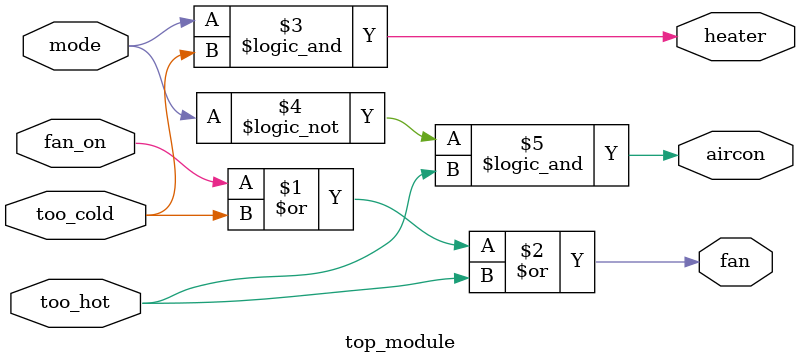
<source format=sv>
module top_module(
	input mode,
	input too_cold, 
	input too_hot,
	input fan_on,
	output heater,
	output aircon,
	output fan
);

// Control the fan
assign fan = (fan_on | too_cold | too_hot);

// Control the heater
assign heater = (mode && too_cold);

// Control the aircon
assign aircon = (!mode && too_hot);

endmodule

</source>
